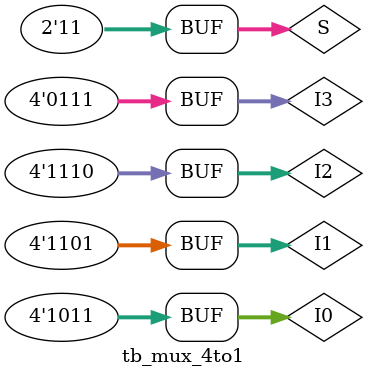
<source format=v>
module tb_mux_4to1;
reg [1:0] S;
reg [3:0] I0,I1,I2,I3;
wire [3:0] Y;
mux4to1 Mux4to1(.in1(I0),.in2(I1),.in3(I2),.in4(I3),.S(S),.mux_out(Y));
initial
begin
S=2'b00; I0=4'b0011; I1=4'b1100; I2=4'b0110; I3=4'b0101;
#5 S=2'b01;
#5 S=2'b10;
#5 S=2'b11;
#5 S=2'b00; I0=4'b1011; I1=4'b1101; I2=4'b1110; I3=4'b0111;
#5 S=2'b01;
#5 S=2'b10;
#5 S=2'b11;
end
endmodule

</source>
